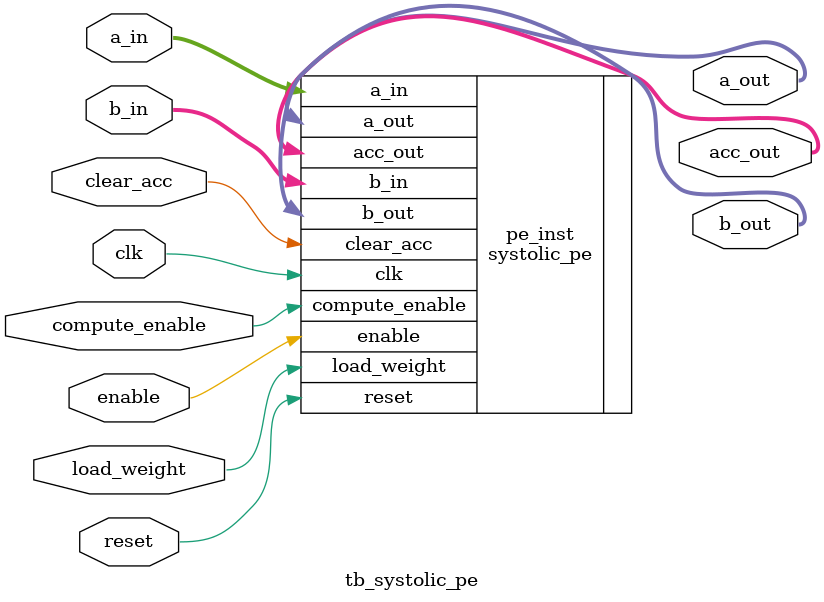
<source format=sv>
`default_nettype none
`timescale 1ns/1ns

module tb_systolic_pe #(
    parameter DATA_BITS = 16,  // Q1.15 fixed-point width
    parameter ACC_BITS = 24    // Accumulator width
) (
    input wire clk,
    input wire reset,
    input wire enable,
    
    // Control signals
    input wire clear_acc,
    input wire load_weight,
    input wire compute_enable,
    
    // Data inputs
    input wire [DATA_BITS-1:0] a_in,    // Activation input
    input wire [DATA_BITS-1:0] b_in,    // Weight input
    
    // Data outputs
    output wire [DATA_BITS-1:0] a_out,  // Activation passthrough
    output wire [DATA_BITS-1:0] b_out,  // Weight passthrough
    
    // Accumulator output
    output wire [DATA_BITS-1:0] acc_out
);

    // Instantiate the Systolic PE
    systolic_pe #(
        .DATA_BITS(DATA_BITS),
        .ACC_BITS(ACC_BITS)
    ) pe_inst (
        .clk(clk),
        .reset(reset),
        .enable(enable),
        .clear_acc(clear_acc),
        .load_weight(load_weight),
        .compute_enable(compute_enable),
        .a_in(a_in),
        .b_in(b_in),
        .a_out(a_out),
        .b_out(b_out),
        .acc_out(acc_out)
    );

    // VCD dump for waveform viewing
    initial begin
        $dumpfile("build/waves/systolic_pe.vcd");
        $dumpvars(0, tb_systolic_pe);
    end

endmodule


</source>
